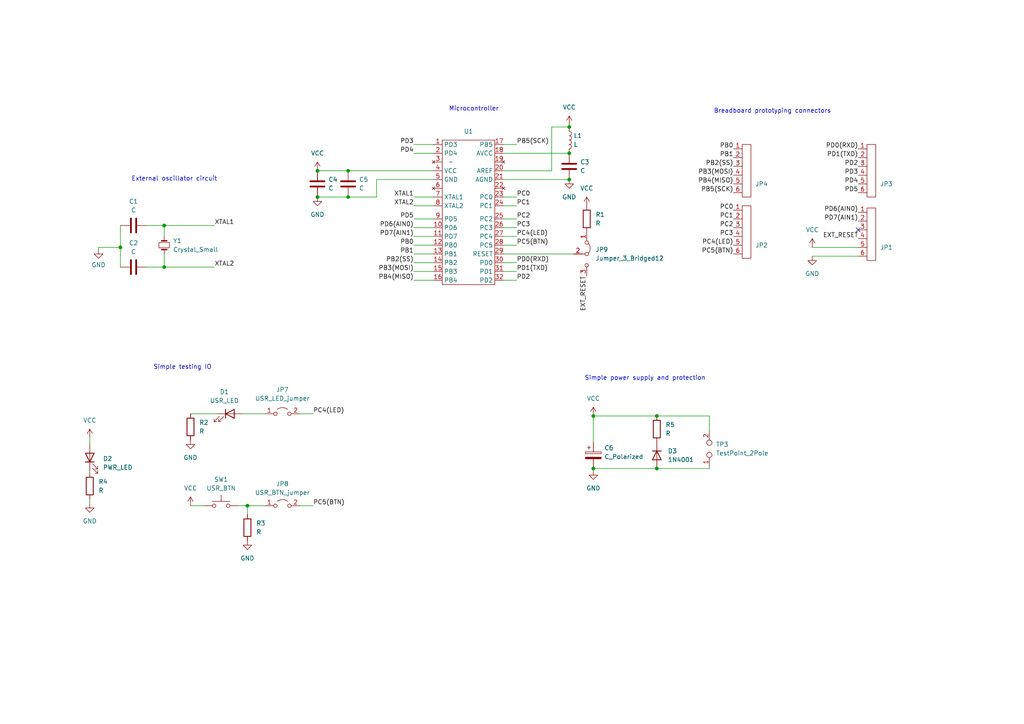
<source format=kicad_sch>
(kicad_sch (version 20230121) (generator eeschema)
  (paper "A4")
  (lib_symbols
    (symbol "Connector:TestPoint_2Pole" (pin_names (offset 0.762) hide)
      (property "Reference" "TP" (at 0 1.524 0))
      (property "Value" "TestPoint_2Pole" (at 0 -1.778 0))
      (symbol "TestPoint_2Pole_0_1"
        (circle (center -1.778 0) (radius 0.762))
        (circle (center 1.778 0) (radius 0.762))
        (pin passive line (at -5.08 0 0) (length 2.54) (name "1") (number "1"))
        (pin passive line (at 5.08 0 180) (length 2.54) (name "2") (number "2"))
      )
    )
    (symbol "Device:C" (pin_numbers hide) (pin_names (offset 0.254))
      (property "Reference" "C" (at 0.635 2.54 0))
      (property "Value" "C" (at 0.635 -2.54 0))
      (symbol "C_0_1"
        (polyline (pts (xy -2.032 -0.762) (xy 2.032 -0.762)) (stroke (width 0.508)))
        (polyline (pts (xy -2.032 0.762) (xy 2.032 0.762)) (stroke (width 0.508)))
      )
      (symbol "C_1_1"
        (pin passive line (at 0 3.81 270) (length 2.794) (name "~") (number "1"))
        (pin passive line (at 0 -3.81 90) (length 2.794) (name "~") (number "2"))
      )
    )
    (symbol "Device:C_Polarized" (pin_numbers hide) (pin_names (offset 0.254))
      (property "Reference" "C" (at 0.635 2.54 0))
      (property "Value" "C_Polarized" (at 0.635 -2.54 0))
      (symbol "C_Polarized_0_1"
        (rectangle (start -2.286 0.508) (end 2.286 1.016))
        (polyline (pts (xy -1.778 2.286) (xy -0.762 2.286)))
        (polyline (pts (xy -1.27 2.794) (xy -1.27 1.778)))
        (rectangle (start 2.286 -0.508) (end -2.286 -1.016) (fill (type outline)))
      )
      (symbol "C_Polarized_1_1"
        (pin passive line (at 0 3.81 270) (length 2.794) (name "~") (number "1"))
        (pin passive line (at 0 -3.81 90) (length 2.794) (name "~") (number "2"))
      )
    )
    (symbol "Device:Crystal_Small" (pin_numbers hide) (pin_names (offset 1.016) hide)
      (property "Reference" "Y" (at 0 2.54 0))
      (property "Value" "Crystal_Small" (at 0 -2.54 0))
      (symbol "Crystal_Small_0_1"
        (rectangle (start -0.762 -1.524) (end 0.762 1.524))
        (polyline (pts (xy -1.27 -0.762) (xy -1.27 0.762)) (stroke (width 0.381)))
        (polyline (pts (xy 1.27 -0.762) (xy 1.27 0.762)) (stroke (width 0.381)))
      )
      (symbol "Crystal_Small_1_1"
        (pin passive line (at -2.54 0 0) (length 1.27) (name "1") (number "1"))
        (pin passive line (at 2.54 0 180) (length 1.27) (name "2") (number "2"))
      )
    )
    (symbol "Device:L" (pin_numbers hide) (pin_names (offset 1.016) hide)
      (property "Reference" "L" (at -1.27 0 90))
      (property "Value" "L" (at 1.905 0 90))
      (symbol "L_0_1"
        (arc (start 0 -2.54) (mid 0.6323 -1.905) (end 0 -1.27))
        (arc (start 0 -1.27) (mid 0.6323 -0.635) (end 0 0))
        (arc (start 0 0) (mid 0.6323 0.635) (end 0 1.27))
        (arc (start 0 1.27) (mid 0.6323 1.905) (end 0 2.54))
      )
      (symbol "L_1_1"
        (pin passive line (at 0 3.81 270) (length 1.27) (name "1") (number "1"))
        (pin passive line (at 0 -3.81 90) (length 1.27) (name "2") (number "2"))
      )
    )
    (symbol "Device:LED" (pin_numbers hide) (pin_names (offset 1.016) hide)
      (property "Reference" "D" (at 0 2.54 0))
      (property "Value" "LED" (at 0 -2.54 0))
      (symbol "LED_0_1"
        (polyline (pts (xy -1.27 -1.27) (xy -1.27 1.27)) (stroke (width 0.254)))
        (polyline (pts (xy -1.27 0) (xy 1.27 0)))
        (polyline (pts (xy 1.27 -1.27) (xy 1.27 1.27) (xy -1.27 0) (xy 1.27 -1.27)) (stroke (width 0.254)))
        (polyline (pts (xy -3.048 -0.762) (xy -4.572 -2.286) (xy -3.81 -2.286) (xy -4.572 -2.286) (xy -4.572 -1.524)))
        (polyline (pts (xy -1.778 -0.762) (xy -3.302 -2.286) (xy -2.54 -2.286) (xy -3.302 -2.286) (xy -3.302 -1.524)))
      )
      (symbol "LED_1_1"
        (pin passive line (at -3.81 0 0) (length 2.54) (name "K") (number "1"))
        (pin passive line (at 3.81 0 180) (length 2.54) (name "A") (number "2"))
      )
    )
    (symbol "Device:R" (pin_numbers hide) (pin_names (offset 0))
      (property "Reference" "R" (at 2.032 0 90))
      (property "Value" "R" (at 0 0 90))
      (symbol "R_0_1"
        (rectangle (start -1.016 -2.54) (end 1.016 2.54) (stroke (width 0.254)))
      )
      (symbol "R_1_1"
        (pin passive line (at 0 3.81 270) (length 1.27) (name "~") (number "1"))
        (pin passive line (at 0 -3.81 90) (length 1.27) (name "~") (number "2"))
      )
    )
    (symbol "Diode:1N4001" (pin_numbers hide) (pin_names hide)
      (property "Reference" "D" (at 0 2.54 0))
      (property "Value" "1N4001" (at 0 -2.54 0))
      (symbol "1N4001_0_1"
        (polyline (pts (xy -1.27 1.27) (xy -1.27 -1.27)) (stroke (width 0.254)))
        (polyline (pts (xy 1.27 0) (xy -1.27 0)))
        (polyline (pts (xy 1.27 1.27) (xy 1.27 -1.27) (xy -1.27 0) (xy 1.27 1.27)) (stroke (width 0.254)))
      )
      (symbol "1N4001_1_1"
        (pin passive line (at -3.81 0 0) (length 2.54) (name "K") (number "1"))
        (pin passive line (at 3.81 0 180) (length 2.54) (name "A") (number "2"))
      )
    )
    (symbol "Jumper:Jumper_2_Open" (pin_names (offset 0) hide)
      (property "Reference" "JP" (at 0 2.794 0))
      (property "Value" "Jumper_2_Open" (at 0 -2.286 0))
      (symbol "Jumper_2_Open_0_0"
        (circle (center -2.032 0) (radius 0.508))
        (circle (center 2.032 0) (radius 0.508))
      )
      (symbol "Jumper_2_Open_0_1"
        (arc (start 1.524 1.27) (mid 0 1.778) (end -1.524 1.27))
      )
      (symbol "Jumper_2_Open_1_1"
        (pin passive line (at -5.08 0 0) (length 2.54) (name "A") (number "1"))
        (pin passive line (at 5.08 0 180) (length 2.54) (name "B") (number "2"))
      )
    )
    (symbol "Jumper:Jumper_3_Bridged12" (pin_names (offset 0) hide)
      (property "Reference" "JP" (at -2.54 -2.54 0))
      (property "Value" "Jumper_3_Bridged12" (at 0 2.794 0))
      (symbol "Jumper_3_Bridged12_0_0"
        (circle (center -3.302 0) (radius 0.508))
        (circle (center 0 0) (radius 0.508))
        (circle (center 3.302 0) (radius 0.508))
      )
      (symbol "Jumper_3_Bridged12_0_1"
        (arc (start -0.254 0.508) (mid -1.651 0.9912) (end -3.048 0.508))
        (polyline (pts (xy 0 -1.27) (xy 0 -0.508)))
      )
      (symbol "Jumper_3_Bridged12_1_1"
        (pin passive line (at -6.35 0 0) (length 2.54) (name "A") (number "1"))
        (pin passive line (at 0 -3.81 90) (length 2.54) (name "C") (number "2"))
        (pin passive line (at 6.35 0 180) (length 2.54) (name "B") (number "3"))
      )
    )
    (symbol "Switch:SW_Push" (pin_numbers hide) (pin_names (offset 1.016) hide)
      (property "Reference" "SW" (at 1.27 2.54 0))
      (property "Value" "SW_Push" (at 0 -1.524 0))
      (symbol "SW_Push_0_1"
        (circle (center -2.032 0) (radius 0.508))
        (polyline (pts (xy 0 1.27) (xy 0 3.048)))
        (polyline (pts (xy 2.54 1.27) (xy -2.54 1.27)))
        (circle (center 2.032 0) (radius 0.508))
        (pin passive line (at -5.08 0 0) (length 2.54) (name "1") (number "1"))
        (pin passive line (at 5.08 0 180) (length 2.54) (name "2") (number "2"))
      )
    )
    (symbol "power:GND" (power) (pin_names (offset 0))
      (property "Value" "GND" (at 0 -3.81 0))
      (symbol "GND_0_1"
        (polyline (pts (xy 0 0) (xy 0 -1.27) (xy 1.27 -1.27) (xy 0 -2.54) (xy -1.27 -1.27) (xy 0 -1.27)))
      )
      (symbol "GND_1_1"
        (pin power_in line (at 0 0 270) (length 0) hide (name "GND") (number "1"))
      )
    )
    (symbol "power:VCC" (power) (pin_names (offset 0))
      (property "Value" "VCC" (at 0 3.81 0))
      (symbol "VCC_0_1"
        (polyline (pts (xy -0.762 1.27) (xy 0 2.54)))
        (polyline (pts (xy 0 0) (xy 0 2.54)))
        (polyline (pts (xy 0 2.54) (xy 0.762 1.27)))
      )
      (symbol "VCC_1_1"
        (pin power_in line (at 0 0 90) (length 0) hide (name "VCC") (number "1"))
      )
    )
    (symbol "project_lib:at90s4433"
      (property "Reference" "U" (at -5.08 13.97 0))
      (symbol "at90s4433_0_1"
        (rectangle (start -7.62 20.32) (end 7.62 -21.59))
      )
      (symbol "at90s4433_1_1"
        (pin bidirectional line (at -10.16 19.05 0) (length 2.54) (name "PD3") (number "1"))
        (pin bidirectional line (at -10.16 -5.08 0) (length 2.54) (name "PD6") (number "10"))
        (pin bidirectional line (at -10.16 -7.62 0) (length 2.54) (name "PD7") (number "11"))
        (pin bidirectional line (at -10.16 -10.16 0) (length 2.54) (name "PB0") (number "12"))
        (pin bidirectional line (at -10.16 -12.7 0) (length 2.54) (name "PB1") (number "13"))
        (pin bidirectional line (at -10.16 -15.24 0) (length 2.54) (name "PB2") (number "14"))
        (pin bidirectional line (at -10.16 -17.78 0) (length 2.54) (name "PB3") (number "15"))
        (pin bidirectional line (at -10.16 -20.32 0) (length 2.54) (name "PB4") (number "16"))
        (pin bidirectional line (at 10.16 19.05 180) (length 2.54) (name "PB5") (number "17"))
        (pin bidirectional line (at 10.16 16.51 180) (length 2.54) (name "AVCC") (number "18"))
        (pin no_connect line (at 10.16 13.97 180) (length 2.54) (name "") (number "19"))
        (pin bidirectional line (at -10.16 16.51 0) (length 2.54) (name "PD4") (number "2"))
        (pin bidirectional line (at 10.16 11.43 180) (length 2.54) (name "AREF") (number "20"))
        (pin bidirectional line (at 10.16 8.89 180) (length 2.54) (name "AGND") (number "21"))
        (pin no_connect line (at 10.16 6.35 180) (length 2.54) (name "") (number "22"))
        (pin bidirectional line (at 10.16 3.81 180) (length 2.54) (name "PC0") (number "23"))
        (pin bidirectional line (at 10.16 1.27 180) (length 2.54) (name "PC1") (number "24"))
        (pin bidirectional line (at 10.16 -2.54 180) (length 2.54) (name "PC2") (number "25"))
        (pin bidirectional line (at 10.16 -5.08 180) (length 2.54) (name "PC3") (number "26"))
        (pin bidirectional line (at 10.16 -7.62 180) (length 2.54) (name "PC4") (number "27"))
        (pin bidirectional line (at 10.16 -10.16 180) (length 2.54) (name "PC5") (number "28"))
        (pin bidirectional line (at 10.16 -12.7 180) (length 2.54) (name "RESET") (number "29"))
        (pin no_connect line (at -10.16 13.97 0) (length 2.54) (name "") (number "3"))
        (pin bidirectional line (at 10.16 -15.24 180) (length 2.54) (name "PD0") (number "30"))
        (pin bidirectional line (at 10.16 -17.78 180) (length 2.54) (name "PD1") (number "31"))
        (pin bidirectional line (at 10.16 -20.32 180) (length 2.54) (name "PD2") (number "32"))
        (pin bidirectional line (at -10.16 11.43 0) (length 2.54) (name "VCC") (number "4"))
        (pin bidirectional line (at -10.16 8.89 0) (length 2.54) (name "GND") (number "5"))
        (pin no_connect line (at -10.16 6.35 0) (length 2.54) (name "") (number "6"))
        (pin bidirectional line (at -10.16 3.81 0) (length 2.54) (name "XTAL1") (number "7"))
        (pin bidirectional line (at -10.16 1.27 0) (length 2.54) (name "XTAL2") (number "8"))
        (pin bidirectional line (at -10.16 -2.54 0) (length 2.54) (name "PD5") (number "9"))
      )
    )
    (symbol "project_lib:breadboard_pins"
      (property "Reference" "JP" (at 0 8.89 0))
      (symbol "breadboard_pins_0_1"
        (rectangle (start -1.27 7.62) (end 1.27 -7.62))
      )
      (symbol "breadboard_pins_1_1"
        (pin bidirectional line (at -3.81 6.35 0) (length 2.54) (name "") (number "1"))
        (pin bidirectional line (at -3.81 3.81 0) (length 2.54) (name "") (number "2"))
        (pin bidirectional line (at -3.81 1.27 0) (length 2.54) (name "") (number "3"))
        (pin bidirectional line (at -3.81 -1.27 0) (length 2.54) (name "") (number "4"))
        (pin bidirectional line (at -3.81 -3.81 0) (length 2.54) (name "") (number "5"))
        (pin bidirectional line (at -3.81 -6.35 0) (length 2.54) (name "") (number "6"))
      )
    )
  )
  (junction (at 47.625 77.47))
  (junction (at 190.5 120.65))
  (junction (at 92.075 49.53))
  (junction (at 172.085 135.89))
  (junction (at 100.965 49.53))
  (junction (at 165.1 44.45))
  (junction (at 190.5 135.89))
  (junction (at 34.925 71.755))
  (junction (at 172.085 120.65))
  (junction (at 47.625 65.405))
  (junction (at 165.1 36.83))
  (junction (at 165.1 52.07))
  (junction (at 71.755 146.685))
  (junction (at 100.965 57.15))
  (junction (at 92.075 57.15))
  (no_connect (at 248.92 66.675))
  (wire (pts (xy 146.05 41.91) (xy 149.86 41.91)))
  (wire (pts (xy 109.22 57.15) (xy 109.22 52.07)))
  (wire (pts (xy 120.015 44.45) (xy 125.73 44.45)))
  (wire (pts (xy 100.965 49.53) (xy 125.73 49.53)))
  (wire (pts (xy 92.075 49.53) (xy 100.965 49.53)))
  (wire (pts (xy 205.74 135.89) (xy 190.5 135.89)))
  (wire (pts (xy 76.835 120.015) (xy 70.485 120.015)))
  (wire (pts (xy 90.805 146.685) (xy 86.995 146.685)))
  (wire (pts (xy 100.965 57.15) (xy 109.22 57.15)))
  (wire (pts (xy 28.575 71.755) (xy 34.925 71.755)))
  (wire (pts (xy 205.74 120.65) (xy 205.74 125.095)))
  (wire (pts (xy 146.05 66.04) (xy 149.86 66.04)))
  (wire (pts (xy 235.585 71.755) (xy 248.92 71.755)))
  (wire (pts (xy 26.035 146.05) (xy 26.035 144.78)))
  (wire (pts (xy 146.05 44.45) (xy 165.1 44.45)))
  (wire (pts (xy 90.805 120.015) (xy 86.995 120.015)))
  (wire (pts (xy 71.755 149.225) (xy 71.755 146.685)))
  (wire (pts (xy 190.5 120.65) (xy 205.74 120.65)))
  (wire (pts (xy 172.085 136.525) (xy 172.085 135.89)))
  (wire (pts (xy 47.625 77.47) (xy 62.23 77.47)))
  (wire (pts (xy 146.05 71.12) (xy 149.86 71.12)))
  (wire (pts (xy 146.05 57.15) (xy 149.86 57.15)))
  (wire (pts (xy 47.625 65.405) (xy 42.545 65.405)))
  (wire (pts (xy 166.37 73.66) (xy 146.05 73.66)))
  (wire (pts (xy 172.085 135.89) (xy 190.5 135.89)))
  (wire (pts (xy 120.015 57.15) (xy 125.73 57.15)))
  (wire (pts (xy 120.015 59.69) (xy 125.73 59.69)))
  (wire (pts (xy 26.035 137.16) (xy 26.035 136.525)))
  (wire (pts (xy 120.015 63.5) (xy 125.73 63.5)))
  (wire (pts (xy 120.015 68.58) (xy 125.73 68.58)))
  (wire (pts (xy 34.925 71.755) (xy 34.925 77.47)))
  (wire (pts (xy 120.015 41.91) (xy 125.73 41.91)))
  (wire (pts (xy 146.05 81.28) (xy 149.86 81.28)))
  (wire (pts (xy 76.835 146.685) (xy 71.755 146.685)))
  (wire (pts (xy 172.085 120.65) (xy 172.085 128.27)))
  (wire (pts (xy 120.015 78.74) (xy 125.73 78.74)))
  (wire (pts (xy 120.015 73.66) (xy 125.73 73.66)))
  (wire (pts (xy 160.02 36.83) (xy 160.02 49.53)))
  (wire (pts (xy 160.02 49.53) (xy 146.05 49.53)))
  (wire (pts (xy 165.1 36.195) (xy 165.1 36.83)))
  (wire (pts (xy 205.74 135.255) (xy 205.74 135.89)))
  (wire (pts (xy 62.23 65.405) (xy 47.625 65.405)))
  (wire (pts (xy 34.925 65.405) (xy 34.925 71.755)))
  (wire (pts (xy 55.245 120.015) (xy 62.865 120.015)))
  (wire (pts (xy 235.585 74.295) (xy 248.92 74.295)))
  (wire (pts (xy 146.05 52.07) (xy 165.1 52.07)))
  (wire (pts (xy 42.545 77.47) (xy 47.625 77.47)))
  (wire (pts (xy 109.22 52.07) (xy 125.73 52.07)))
  (wire (pts (xy 92.075 57.15) (xy 100.965 57.15)))
  (wire (pts (xy 146.05 63.5) (xy 149.86 63.5)))
  (wire (pts (xy 26.035 127) (xy 26.035 128.905)))
  (wire (pts (xy 28.575 71.755) (xy 28.575 72.39)))
  (wire (pts (xy 165.1 36.83) (xy 160.02 36.83)))
  (wire (pts (xy 146.05 59.69) (xy 149.86 59.69)))
  (wire (pts (xy 172.085 120.65) (xy 190.5 120.65)))
  (wire (pts (xy 47.625 73.66) (xy 47.625 77.47)))
  (wire (pts (xy 55.245 146.685) (xy 59.055 146.685)))
  (wire (pts (xy 71.755 146.685) (xy 69.215 146.685)))
  (wire (pts (xy 120.015 81.28) (xy 125.73 81.28)))
  (wire (pts (xy 120.015 71.12) (xy 125.73 71.12)))
  (wire (pts (xy 120.015 76.2) (xy 125.73 76.2)))
  (wire (pts (xy 120.015 66.04) (xy 125.73 66.04)))
  (wire (pts (xy 149.86 78.74) (xy 146.05 78.74)))
  (wire (pts (xy 47.625 65.405) (xy 47.625 68.58)))
  (wire (pts (xy 149.86 76.2) (xy 146.05 76.2)))
  (wire (pts (xy 146.05 68.58) (xy 149.86 68.58)))
  (text "Breadboard prototyping connectors" (at 207.01 33.02 0) (effects (font (size 1.27 1.27)) (justify left bottom)))
  (text "Simple power supply and protection\n" (at 169.545 110.49 0) (effects (font (size 1.27 1.27)) (justify left bottom)))
  (text "Microcontroller" (at 130.175 32.385 0) (effects (font (size 1.27 1.27)) (justify left bottom)))
  (text "External oscillator circuit" (at 38.1 52.705 0) (effects (font (size 1.27 1.27)) (justify left bottom)))
  (text "Simple testing IO" (at 44.45 107.315 0) (effects (font (size 1.27 1.27)) (justify left bottom)))
  (label "PD1(TXD)" (at 149.86 78.74 0))
  (label "PB5(SCK)" (at 212.725 55.88 180))
  (label "PB0" (at 212.725 43.18 180))
  (label "PC5(BTN)" (at 149.86 71.12 0))
  (label "PD0(RXD)" (at 149.86 76.2 0))
  (label "PB3(MOSI)" (at 212.725 50.8 180))
  (label "EXT_RESET" (at 170.18 80.01 270))
  (label "PD3" (at 248.92 50.8 180))
  (label "PD6(AIN0)" (at 120.015 66.04 180))
  (label "PC0" (at 212.725 60.96 180))
  (label "PD5" (at 120.015 63.5 180))
  (label "PC3" (at 149.86 66.04 0))
  (label "PC3" (at 212.725 68.58 180))
  (label "PB1" (at 212.725 45.72 180))
  (label "PB4(MISO)" (at 120.015 81.28 180))
  (label "XTAL2" (at 62.23 77.47 0))
  (label "PC2" (at 149.86 63.5 0))
  (label "PC1" (at 212.725 63.5 180))
  (label "PB0" (at 120.015 71.12 180))
  (label "EXT_RESET" (at 248.92 69.215 180))
  (label "XTAL2" (at 120.015 59.69 180))
  (label "XTAL1" (at 120.015 57.15 180))
  (label "PB5(SCK)" (at 149.86 41.91 0))
  (label "XTAL1" (at 62.23 65.405 0))
  (label "PD2" (at 248.92 48.26 180))
  (label "PC1" (at 149.86 59.69 0))
  (label "PC0" (at 149.86 57.15 0))
  (label "PB2(SS)" (at 212.725 48.26 180))
  (label "PC4(LED)" (at 90.805 120.015 0))
  (label "PB4(MISO)" (at 212.725 53.34 180))
  (label "PD4" (at 248.92 53.34 180))
  (label "PD4" (at 120.015 44.45 180))
  (label "PC5(BTN)" (at 90.805 146.685 0))
  (label "PD7(AIN1)" (at 248.92 64.135 180))
  (label "PD7(AIN1)" (at 120.015 68.58 180))
  (label "PD3" (at 120.015 41.91 180))
  (label "PD1(TXD)" (at 248.92 45.72 180))
  (label "PC5(BTN)" (at 212.725 73.66 180))
  (label "PC4(LED)" (at 149.86 68.58 0))
  (label "PD5" (at 248.92 55.88 180))
  (label "PD0(RXD)" (at 248.92 43.18 180))
  (label "PC4(LED)" (at 212.725 71.12 180))
  (label "PD2" (at 149.86 81.28 0))
  (label "PB1" (at 120.015 73.66 180))
  (label "PC2" (at 212.725 66.04 180))
  (label "PD6(AIN0)" (at 248.92 61.595 180))
  (label "PB2(SS)" (at 120.015 76.2 180))
  (label "PB3(MOSI)" (at 120.015 78.74 180))
  (symbol (lib_id "power:VCC") (at 235.585 71.755 0) (unit 1)
    (property "Reference" "#PWR012" (effects hide))
    (property "Value" "VCC" (at 235.585 66.675 0))
  )
  (symbol (lib_id "power:VCC") (at 165.1 36.195 0) (unit 1)
    (property "Reference" "#PWR015" (effects hide))
    (property "Value" "VCC" (at 165.1 31.115 0))
  )
  (symbol (lib_id "power:GND") (at 71.755 156.845 0) (unit 1)
    (property "Reference" "#PWR06" (effects hide))
    (property "Value" "GND" (at 71.755 161.925 0))
  )
  (symbol (lib_id "project_lib:at90s4433") (at 135.89 60.96 0) (unit 1)
    (property "Reference" "U1" (at 135.89 38.1 0))
    (property "Value" "~" (at 130.81 46.99 0))
    (property "Footprint" "Package_QFP:LQFP-32_7x7mm_P0.8mm" (effects hide))
    (property "Datasheet" "https://www.mouser.pl/datasheet/2/268/doc1042-1180852.pdf" (effects hide))
  )
  (symbol (lib_id "power:VCC") (at 26.035 127 0) (unit 1)
    (property "Reference" "#PWR013" (effects hide))
    (property "Value" "VCC" (at 26.035 121.92 0))
  )
  (symbol (lib_id "Jumper:Jumper_2_Open") (at 81.915 120.015 0) (unit 1)
    (property "Reference" "JP7" (at 81.915 113.03 0))
    (property "Value" "USR_LED_jumper" (at 81.915 115.57 0))
    (property "Footprint" "project_lib_footprints:2_pin_jumper_socket" (effects hide))
  )
  (symbol (lib_id "Jumper:Jumper_3_Bridged12") (at 170.18 73.66 270) (unit 1)
    (property "Reference" "JP9" (at 172.72 72.39 90) (effects (justify left)))
    (property "Value" "Jumper_3_Bridged12" (at 172.72 74.93 90) (effects (justify left)))
    (property "Footprint" "project_lib_footprints:3_pin_jumper_socket" (effects hide))
  )
  (symbol (lib_id "Device:C") (at 38.735 65.405 90) (unit 1)
    (property "Reference" "C1" (at 38.735 58.42 90))
    (property "Value" "C" (at 38.735 60.96 90))
    (property "Footprint" "Capacitor_SMD:C_0805_2012Metric" (effects hide))
  )
  (symbol (lib_id "power:GND") (at 235.585 74.295 0) (unit 1)
    (property "Reference" "#PWR09" (effects hide))
    (property "Value" "GND" (at 235.585 79.375 0))
  )
  (symbol (lib_id "power:VCC") (at 55.245 146.685 0) (unit 1)
    (property "Reference" "#PWR07" (effects hide))
    (property "Value" "VCC" (at 55.245 141.605 0))
  )
  (symbol (lib_id "power:VCC") (at 170.18 59.69 0) (unit 1)
    (property "Reference" "#PWR04" (effects hide))
    (property "Value" "VCC" (at 170.18 54.61 0))
  )
  (symbol (lib_id "power:VCC") (at 92.075 49.53 0) (unit 1)
    (property "Reference" "#PWR02" (effects hide))
    (property "Value" "VCC" (at 92.075 44.45 0))
  )
  (symbol (lib_id "Device:C") (at 165.1 48.26 180) (unit 1)
    (property "Reference" "C3" (at 168.275 46.99 0) (effects (justify right)))
    (property "Value" "C" (at 168.275 49.53 0) (effects (justify right)))
    (property "Footprint" "Capacitor_SMD:C_0805_2012Metric" (effects hide))
  )
  (symbol (lib_id "project_lib:breadboard_pins") (at 252.73 67.945 0) (unit 1)
    (property "Reference" "JP1" (at 255.27 71.755 0) (effects (justify left)))
    (property "Value" "~" (at 250.19 65.405 0))
    (property "Footprint" "project_lib_footprints:breadboard_pins" (effects hide))
  )
  (symbol (lib_id "power:GND") (at 26.035 146.05 0) (unit 1)
    (property "Reference" "#PWR08" (effects hide))
    (property "Value" "GND" (at 26.035 151.13 0))
  )
  (symbol (lib_id "power:GND") (at 172.085 136.525 0) (unit 1)
    (property "Reference" "#PWR011" (effects hide))
    (property "Value" "GND" (at 172.085 141.605 0))
  )
  (symbol (lib_id "power:VCC") (at 172.085 120.65 0) (unit 1)
    (property "Reference" "#PWR010" (effects hide))
    (property "Value" "VCC" (at 172.085 115.57 0))
  )
  (symbol (lib_id "Device:R") (at 190.5 124.46 180) (unit 1)
    (property "Reference" "R5" (at 193.04 123.19 0) (effects (justify right)))
    (property "Value" "R" (at 193.04 125.73 0) (effects (justify right)))
    (property "Footprint" "Resistor_SMD:R_0805_2012Metric" (effects hide))
  )
  (symbol (lib_id "Device:C") (at 100.965 53.34 180) (unit 1)
    (property "Reference" "C5" (at 104.14 52.07 0) (effects (justify right)))
    (property "Value" "C" (at 104.14 54.61 0) (effects (justify right)))
    (property "Footprint" "Capacitor_SMD:C_0805_2012Metric" (effects hide))
  )
  (symbol (lib_id "power:GND") (at 92.075 57.15 0) (unit 1)
    (property "Reference" "#PWR01" (effects hide))
    (property "Value" "GND" (at 92.075 62.23 0))
  )
  (symbol (lib_id "Switch:SW_Push") (at 64.135 146.685 0) (unit 1)
    (property "Reference" "SW1" (at 64.135 139.065 0))
    (property "Value" "USR_BTN" (at 64.135 141.605 0))
    (property "Footprint" "Button_Switch_THT:SW_Tactile_Straight_KSA0Axx1LFTR" (effects hide))
  )
  (symbol (lib_id "Connector:TestPoint_2Pole") (at 205.74 130.175 90) (unit 1)
    (property "Reference" "TP3" (at 207.645 128.905 90) (effects (justify right)))
    (property "Value" "TestPoint_2Pole" (at 207.645 131.445 90) (effects (justify right)))
    (property "Footprint" "project_lib_footprints:Power_socket" (effects hide))
  )
  (symbol (lib_id "Device:C") (at 92.075 53.34 180) (unit 1)
    (property "Reference" "C4" (at 95.25 52.07 0) (effects (justify right)))
    (property "Value" "C" (at 95.25 54.61 0) (effects (justify right)))
    (property "Footprint" "Capacitor_SMD:C_0805_2012Metric" (effects hide))
  )
  (symbol (lib_id "power:GND") (at 55.245 127.635 0) (unit 1)
    (property "Reference" "#PWR05" (effects hide))
    (property "Value" "GND" (at 55.245 132.715 0))
  )
  (symbol (lib_id "Device:R") (at 71.755 153.035 180) (unit 1)
    (property "Reference" "R3" (at 74.295 151.765 0) (effects (justify right)))
    (property "Value" "R" (at 74.295 154.305 0) (effects (justify right)))
    (property "Footprint" "Resistor_SMD:R_0805_2012Metric" (effects hide))
  )
  (symbol (lib_id "Device:R") (at 26.035 140.97 180) (unit 1)
    (property "Reference" "R4" (at 28.575 139.7 0) (effects (justify right)))
    (property "Value" "R" (at 28.575 142.24 0) (effects (justify right)))
    (property "Footprint" "Resistor_SMD:R_0805_2012Metric" (effects hide))
  )
  (symbol (lib_id "Device:R") (at 170.18 63.5 0) (unit 1)
    (property "Reference" "R1" (at 172.72 62.23 0) (effects (justify left)))
    (property "Value" "R" (at 172.72 64.77 0) (effects (justify left)))
    (property "Footprint" "Resistor_SMD:R_0805_2012Metric" (effects hide))
  )
  (symbol (lib_id "Device:C_Polarized") (at 172.085 132.08 0) (unit 1)
    (property "Reference" "C6" (at 175.26 129.921 0) (effects (justify left)))
    (property "Value" "C_Polarized" (at 175.26 132.461 0) (effects (justify left)))
    (property "Footprint" "Capacitor_THT:CP_Radial_D5.0mm_P2.50mm" (effects hide))
  )
  (symbol (lib_id "Device:R") (at 55.245 123.825 180) (unit 1)
    (property "Reference" "R2" (at 57.785 122.555 0) (effects (justify right)))
    (property "Value" "R" (at 57.785 125.095 0) (effects (justify right)))
    (property "Footprint" "Resistor_SMD:R_0805_2012Metric" (effects hide))
  )
  (symbol (lib_id "Device:LED") (at 66.675 120.015 0) (unit 1)
    (property "Reference" "D1" (at 65.0875 113.665 0))
    (property "Value" "USR_LED" (at 65.0875 116.205 0))
    (property "Footprint" "LED_SMD:LED_1206_3216Metric" (effects hide))
  )
  (symbol (lib_id "Diode:1N4001") (at 190.5 132.08 270) (unit 1)
    (property "Reference" "D3" (at 193.675 130.81 90) (effects (justify left)))
    (property "Value" "1N4001" (at 193.675 133.35 90) (effects (justify left)))
    (property "Footprint" "Diode_SMD:D_2512_6332Metric" (effects hide))
    (property "Datasheet" "http://www.vishay.com/docs/88503/1n4001.pdf" (effects hide))
    (property "Sim.Device" "D" (effects hide))
    (property "Sim.Pins" "1=K 2=A" (effects hide))
  )
  (symbol (lib_id "project_lib:breadboard_pins") (at 216.535 67.31 0) (unit 1)
    (property "Reference" "JP2" (at 219.075 71.12 0) (effects (justify left)))
    (property "Value" "~" (at 213.995 64.77 0))
    (property "Footprint" "project_lib_footprints:breadboard_pins" (effects hide))
  )
  (symbol (lib_id "project_lib:breadboard_pins") (at 216.535 49.53 0) (unit 1)
    (property "Reference" "JP4" (at 219.075 53.34 0) (effects (justify left)))
    (property "Value" "~" (at 213.995 46.99 0))
    (property "Footprint" "project_lib_footprints:breadboard_pins" (effects hide))
  )
  (symbol (lib_id "Device:C") (at 38.735 77.47 90) (unit 1)
    (property "Reference" "C2" (at 38.735 70.485 90))
    (property "Value" "C" (at 38.735 73.025 90))
    (property "Footprint" "Capacitor_SMD:C_0805_2012Metric" (effects hide))
  )
  (symbol (lib_id "Device:LED") (at 26.035 132.715 90) (unit 1)
    (property "Reference" "D2" (at 29.845 133.0325 90) (effects (justify right)))
    (property "Value" "PWR_LED" (at 29.845 135.5725 90) (effects (justify right)))
    (property "Footprint" "LED_SMD:LED_1206_3216Metric" (effects hide))
  )
  (symbol (lib_id "Device:L") (at 165.1 40.64 0) (unit 1)
    (property "Reference" "L1" (at 166.37 39.37 0) (effects (justify left)))
    (property "Value" "L" (at 166.37 41.91 0) (effects (justify left)))
    (property "Footprint" "Inductor_SMD:L_0805_2012Metric" (effects hide))
  )
  (symbol (lib_id "Jumper:Jumper_2_Open") (at 81.915 146.685 0) (unit 1)
    (property "Reference" "JP8" (at 81.915 140.335 0))
    (property "Value" "USR_BTN_jumper" (at 81.915 142.875 0))
    (property "Footprint" "project_lib_footprints:2_pin_jumper_socket" (effects hide))
  )
  (symbol (lib_id "Device:Crystal_Small") (at 47.625 71.12 90) (unit 1)
    (property "Reference" "Y1" (at 50.165 69.85 90) (effects (justify right)))
    (property "Value" "Crystal_Small" (at 50.165 72.39 90) (effects (justify right)))
    (property "Footprint" "Crystal:Crystal_HC18-U_Vertical" (effects hide))
  )
  (symbol (lib_id "project_lib:breadboard_pins") (at 252.73 49.53 0) (unit 1)
    (property "Reference" "JP3" (at 255.27 53.34 0) (effects (justify left)))
    (property "Value" "~" (at 250.19 46.99 0))
    (property "Footprint" "project_lib_footprints:breadboard_pins" (effects hide))
  )
  (symbol (lib_id "power:GND") (at 165.1 52.07 0) (unit 1)
    (property "Reference" "#PWR03" (effects hide))
    (property "Value" "GND" (at 165.1 57.15 0))
  )
  (symbol (lib_id "power:GND") (at 28.575 72.39 0) (unit 1)
    (property "Reference" "#PWR014" (effects hide))
    (property "Value" "GND" (at 28.575 76.835 0))
  )
)
</source>
